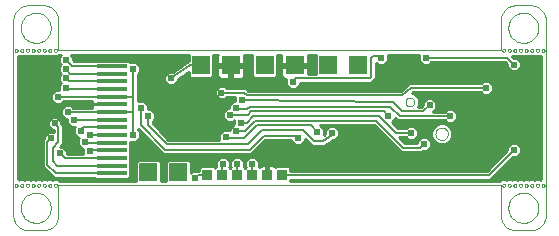
<source format=gbl>
G75*
%MOIN*%
%OFA0B0*%
%FSLAX24Y24*%
%IPPOS*%
%LPD*%
%AMOC8*
5,1,8,0,0,1.08239X$1,22.5*
%
%ADD10C,0.0000*%
%ADD11R,0.0600X0.0600*%
%ADD12R,0.1024X0.0138*%
%ADD13R,0.0320X0.0350*%
%ADD14C,0.0100*%
%ADD15C,0.0240*%
%ADD16C,0.0220*%
%ADD17C,0.0080*%
D10*
X004510Y000900D02*
X004510Y007400D01*
X004512Y007444D01*
X004518Y007487D01*
X004527Y007529D01*
X004540Y007571D01*
X004557Y007611D01*
X004577Y007650D01*
X004600Y007687D01*
X004627Y007721D01*
X004656Y007754D01*
X004689Y007783D01*
X004723Y007810D01*
X004760Y007833D01*
X004799Y007853D01*
X004839Y007870D01*
X004881Y007883D01*
X004923Y007892D01*
X004966Y007898D01*
X005010Y007900D01*
X005510Y007900D01*
X005554Y007898D01*
X005597Y007892D01*
X005639Y007883D01*
X005681Y007870D01*
X005721Y007853D01*
X005760Y007833D01*
X005797Y007810D01*
X005831Y007783D01*
X005864Y007754D01*
X005893Y007721D01*
X005920Y007687D01*
X005943Y007650D01*
X005963Y007611D01*
X005980Y007571D01*
X005993Y007529D01*
X006002Y007487D01*
X006008Y007444D01*
X006010Y007400D01*
X006010Y006400D01*
X020760Y006400D01*
X020760Y007400D01*
X020762Y007444D01*
X020768Y007487D01*
X020777Y007529D01*
X020790Y007571D01*
X020807Y007611D01*
X020827Y007650D01*
X020850Y007687D01*
X020877Y007721D01*
X020906Y007754D01*
X020939Y007783D01*
X020973Y007810D01*
X021010Y007833D01*
X021049Y007853D01*
X021089Y007870D01*
X021131Y007883D01*
X021173Y007892D01*
X021216Y007898D01*
X021260Y007900D01*
X021760Y007900D01*
X021804Y007898D01*
X021847Y007892D01*
X021889Y007883D01*
X021931Y007870D01*
X021971Y007853D01*
X022010Y007833D01*
X022047Y007810D01*
X022081Y007783D01*
X022114Y007754D01*
X022143Y007721D01*
X022170Y007687D01*
X022193Y007650D01*
X022213Y007611D01*
X022230Y007571D01*
X022243Y007529D01*
X022252Y007487D01*
X022258Y007444D01*
X022260Y007400D01*
X022260Y000900D01*
X022258Y000856D01*
X022252Y000813D01*
X022243Y000771D01*
X022230Y000729D01*
X022213Y000689D01*
X022193Y000650D01*
X022170Y000613D01*
X022143Y000579D01*
X022114Y000546D01*
X022081Y000517D01*
X022047Y000490D01*
X022010Y000467D01*
X021971Y000447D01*
X021931Y000430D01*
X021889Y000417D01*
X021847Y000408D01*
X021804Y000402D01*
X021760Y000400D01*
X021260Y000400D01*
X021216Y000402D01*
X021173Y000408D01*
X021131Y000417D01*
X021089Y000430D01*
X021049Y000447D01*
X021010Y000467D01*
X020973Y000490D01*
X020939Y000517D01*
X020906Y000546D01*
X020877Y000579D01*
X020850Y000613D01*
X020827Y000650D01*
X020807Y000689D01*
X020790Y000729D01*
X020777Y000771D01*
X020768Y000813D01*
X020762Y000856D01*
X020760Y000900D01*
X020760Y001900D01*
X006010Y001900D01*
X006010Y000900D01*
X006008Y000856D01*
X006002Y000813D01*
X005993Y000771D01*
X005980Y000729D01*
X005963Y000689D01*
X005943Y000650D01*
X005920Y000613D01*
X005893Y000579D01*
X005864Y000546D01*
X005831Y000517D01*
X005797Y000490D01*
X005760Y000467D01*
X005721Y000447D01*
X005681Y000430D01*
X005639Y000417D01*
X005597Y000408D01*
X005554Y000402D01*
X005510Y000400D01*
X005010Y000400D01*
X004966Y000402D01*
X004923Y000408D01*
X004881Y000417D01*
X004839Y000430D01*
X004799Y000447D01*
X004760Y000467D01*
X004723Y000490D01*
X004689Y000517D01*
X004656Y000546D01*
X004627Y000579D01*
X004600Y000613D01*
X004577Y000650D01*
X004557Y000689D01*
X004540Y000729D01*
X004527Y000771D01*
X004518Y000813D01*
X004512Y000856D01*
X004510Y000900D01*
X004760Y001150D02*
X004762Y001194D01*
X004768Y001238D01*
X004778Y001281D01*
X004791Y001323D01*
X004808Y001364D01*
X004829Y001403D01*
X004853Y001440D01*
X004880Y001475D01*
X004910Y001507D01*
X004943Y001537D01*
X004979Y001563D01*
X005016Y001587D01*
X005056Y001606D01*
X005097Y001623D01*
X005140Y001635D01*
X005183Y001644D01*
X005227Y001649D01*
X005271Y001650D01*
X005315Y001647D01*
X005359Y001640D01*
X005402Y001629D01*
X005444Y001615D01*
X005484Y001597D01*
X005523Y001575D01*
X005559Y001551D01*
X005593Y001523D01*
X005625Y001492D01*
X005654Y001458D01*
X005680Y001422D01*
X005702Y001384D01*
X005721Y001344D01*
X005736Y001302D01*
X005748Y001260D01*
X005756Y001216D01*
X005760Y001172D01*
X005760Y001128D01*
X005756Y001084D01*
X005748Y001040D01*
X005736Y000998D01*
X005721Y000956D01*
X005702Y000916D01*
X005680Y000878D01*
X005654Y000842D01*
X005625Y000808D01*
X005593Y000777D01*
X005559Y000749D01*
X005523Y000725D01*
X005484Y000703D01*
X005444Y000685D01*
X005402Y000671D01*
X005359Y000660D01*
X005315Y000653D01*
X005271Y000650D01*
X005227Y000651D01*
X005183Y000656D01*
X005140Y000665D01*
X005097Y000677D01*
X005056Y000694D01*
X005016Y000713D01*
X004979Y000737D01*
X004943Y000763D01*
X004910Y000793D01*
X004880Y000825D01*
X004853Y000860D01*
X004829Y000897D01*
X004808Y000936D01*
X004791Y000977D01*
X004778Y001019D01*
X004768Y001062D01*
X004762Y001106D01*
X004760Y001150D01*
X004741Y001900D02*
X004743Y001913D01*
X004748Y001926D01*
X004757Y001937D01*
X004768Y001944D01*
X004781Y001949D01*
X004794Y001950D01*
X004808Y001947D01*
X004820Y001941D01*
X004830Y001932D01*
X004837Y001920D01*
X004841Y001907D01*
X004841Y001893D01*
X004837Y001880D01*
X004830Y001868D01*
X004820Y001859D01*
X004808Y001853D01*
X004794Y001850D01*
X004781Y001851D01*
X004768Y001856D01*
X004757Y001863D01*
X004748Y001874D01*
X004743Y001887D01*
X004741Y001900D01*
X004553Y001900D02*
X004555Y001913D01*
X004560Y001926D01*
X004569Y001937D01*
X004580Y001944D01*
X004593Y001949D01*
X004606Y001950D01*
X004620Y001947D01*
X004632Y001941D01*
X004642Y001932D01*
X004649Y001920D01*
X004653Y001907D01*
X004653Y001893D01*
X004649Y001880D01*
X004642Y001868D01*
X004632Y001859D01*
X004620Y001853D01*
X004606Y001850D01*
X004593Y001851D01*
X004580Y001856D01*
X004569Y001863D01*
X004560Y001874D01*
X004555Y001887D01*
X004553Y001900D01*
X004928Y001900D02*
X004930Y001913D01*
X004935Y001926D01*
X004944Y001937D01*
X004955Y001944D01*
X004968Y001949D01*
X004981Y001950D01*
X004995Y001947D01*
X005007Y001941D01*
X005017Y001932D01*
X005024Y001920D01*
X005028Y001907D01*
X005028Y001893D01*
X005024Y001880D01*
X005017Y001868D01*
X005007Y001859D01*
X004995Y001853D01*
X004981Y001850D01*
X004968Y001851D01*
X004955Y001856D01*
X004944Y001863D01*
X004935Y001874D01*
X004930Y001887D01*
X004928Y001900D01*
X005116Y001900D02*
X005118Y001913D01*
X005123Y001926D01*
X005132Y001937D01*
X005143Y001944D01*
X005156Y001949D01*
X005169Y001950D01*
X005183Y001947D01*
X005195Y001941D01*
X005205Y001932D01*
X005212Y001920D01*
X005216Y001907D01*
X005216Y001893D01*
X005212Y001880D01*
X005205Y001868D01*
X005195Y001859D01*
X005183Y001853D01*
X005169Y001850D01*
X005156Y001851D01*
X005143Y001856D01*
X005132Y001863D01*
X005123Y001874D01*
X005118Y001887D01*
X005116Y001900D01*
X005303Y001900D02*
X005305Y001913D01*
X005310Y001926D01*
X005319Y001937D01*
X005330Y001944D01*
X005343Y001949D01*
X005356Y001950D01*
X005370Y001947D01*
X005382Y001941D01*
X005392Y001932D01*
X005399Y001920D01*
X005403Y001907D01*
X005403Y001893D01*
X005399Y001880D01*
X005392Y001868D01*
X005382Y001859D01*
X005370Y001853D01*
X005356Y001850D01*
X005343Y001851D01*
X005330Y001856D01*
X005319Y001863D01*
X005310Y001874D01*
X005305Y001887D01*
X005303Y001900D01*
X005491Y001900D02*
X005493Y001913D01*
X005498Y001926D01*
X005507Y001937D01*
X005518Y001944D01*
X005531Y001949D01*
X005544Y001950D01*
X005558Y001947D01*
X005570Y001941D01*
X005580Y001932D01*
X005587Y001920D01*
X005591Y001907D01*
X005591Y001893D01*
X005587Y001880D01*
X005580Y001868D01*
X005570Y001859D01*
X005558Y001853D01*
X005544Y001850D01*
X005531Y001851D01*
X005518Y001856D01*
X005507Y001863D01*
X005498Y001874D01*
X005493Y001887D01*
X005491Y001900D01*
X005678Y001900D02*
X005680Y001913D01*
X005685Y001926D01*
X005694Y001937D01*
X005705Y001944D01*
X005718Y001949D01*
X005731Y001950D01*
X005745Y001947D01*
X005757Y001941D01*
X005767Y001932D01*
X005774Y001920D01*
X005778Y001907D01*
X005778Y001893D01*
X005774Y001880D01*
X005767Y001868D01*
X005757Y001859D01*
X005745Y001853D01*
X005731Y001850D01*
X005718Y001851D01*
X005705Y001856D01*
X005694Y001863D01*
X005685Y001874D01*
X005680Y001887D01*
X005678Y001900D01*
X005866Y001900D02*
X005868Y001913D01*
X005873Y001926D01*
X005882Y001937D01*
X005893Y001944D01*
X005906Y001949D01*
X005919Y001950D01*
X005933Y001947D01*
X005945Y001941D01*
X005955Y001932D01*
X005962Y001920D01*
X005966Y001907D01*
X005966Y001893D01*
X005962Y001880D01*
X005955Y001868D01*
X005945Y001859D01*
X005933Y001853D01*
X005919Y001850D01*
X005906Y001851D01*
X005893Y001856D01*
X005882Y001863D01*
X005873Y001874D01*
X005868Y001887D01*
X005866Y001900D01*
X005866Y006400D02*
X005868Y006413D01*
X005873Y006426D01*
X005882Y006437D01*
X005893Y006444D01*
X005906Y006449D01*
X005919Y006450D01*
X005933Y006447D01*
X005945Y006441D01*
X005955Y006432D01*
X005962Y006420D01*
X005966Y006407D01*
X005966Y006393D01*
X005962Y006380D01*
X005955Y006368D01*
X005945Y006359D01*
X005933Y006353D01*
X005919Y006350D01*
X005906Y006351D01*
X005893Y006356D01*
X005882Y006363D01*
X005873Y006374D01*
X005868Y006387D01*
X005866Y006400D01*
X005678Y006400D02*
X005680Y006413D01*
X005685Y006426D01*
X005694Y006437D01*
X005705Y006444D01*
X005718Y006449D01*
X005731Y006450D01*
X005745Y006447D01*
X005757Y006441D01*
X005767Y006432D01*
X005774Y006420D01*
X005778Y006407D01*
X005778Y006393D01*
X005774Y006380D01*
X005767Y006368D01*
X005757Y006359D01*
X005745Y006353D01*
X005731Y006350D01*
X005718Y006351D01*
X005705Y006356D01*
X005694Y006363D01*
X005685Y006374D01*
X005680Y006387D01*
X005678Y006400D01*
X005491Y006400D02*
X005493Y006413D01*
X005498Y006426D01*
X005507Y006437D01*
X005518Y006444D01*
X005531Y006449D01*
X005544Y006450D01*
X005558Y006447D01*
X005570Y006441D01*
X005580Y006432D01*
X005587Y006420D01*
X005591Y006407D01*
X005591Y006393D01*
X005587Y006380D01*
X005580Y006368D01*
X005570Y006359D01*
X005558Y006353D01*
X005544Y006350D01*
X005531Y006351D01*
X005518Y006356D01*
X005507Y006363D01*
X005498Y006374D01*
X005493Y006387D01*
X005491Y006400D01*
X005303Y006400D02*
X005305Y006413D01*
X005310Y006426D01*
X005319Y006437D01*
X005330Y006444D01*
X005343Y006449D01*
X005356Y006450D01*
X005370Y006447D01*
X005382Y006441D01*
X005392Y006432D01*
X005399Y006420D01*
X005403Y006407D01*
X005403Y006393D01*
X005399Y006380D01*
X005392Y006368D01*
X005382Y006359D01*
X005370Y006353D01*
X005356Y006350D01*
X005343Y006351D01*
X005330Y006356D01*
X005319Y006363D01*
X005310Y006374D01*
X005305Y006387D01*
X005303Y006400D01*
X005116Y006400D02*
X005118Y006413D01*
X005123Y006426D01*
X005132Y006437D01*
X005143Y006444D01*
X005156Y006449D01*
X005169Y006450D01*
X005183Y006447D01*
X005195Y006441D01*
X005205Y006432D01*
X005212Y006420D01*
X005216Y006407D01*
X005216Y006393D01*
X005212Y006380D01*
X005205Y006368D01*
X005195Y006359D01*
X005183Y006353D01*
X005169Y006350D01*
X005156Y006351D01*
X005143Y006356D01*
X005132Y006363D01*
X005123Y006374D01*
X005118Y006387D01*
X005116Y006400D01*
X004928Y006400D02*
X004930Y006413D01*
X004935Y006426D01*
X004944Y006437D01*
X004955Y006444D01*
X004968Y006449D01*
X004981Y006450D01*
X004995Y006447D01*
X005007Y006441D01*
X005017Y006432D01*
X005024Y006420D01*
X005028Y006407D01*
X005028Y006393D01*
X005024Y006380D01*
X005017Y006368D01*
X005007Y006359D01*
X004995Y006353D01*
X004981Y006350D01*
X004968Y006351D01*
X004955Y006356D01*
X004944Y006363D01*
X004935Y006374D01*
X004930Y006387D01*
X004928Y006400D01*
X004741Y006400D02*
X004743Y006413D01*
X004748Y006426D01*
X004757Y006437D01*
X004768Y006444D01*
X004781Y006449D01*
X004794Y006450D01*
X004808Y006447D01*
X004820Y006441D01*
X004830Y006432D01*
X004837Y006420D01*
X004841Y006407D01*
X004841Y006393D01*
X004837Y006380D01*
X004830Y006368D01*
X004820Y006359D01*
X004808Y006353D01*
X004794Y006350D01*
X004781Y006351D01*
X004768Y006356D01*
X004757Y006363D01*
X004748Y006374D01*
X004743Y006387D01*
X004741Y006400D01*
X004553Y006400D02*
X004555Y006413D01*
X004560Y006426D01*
X004569Y006437D01*
X004580Y006444D01*
X004593Y006449D01*
X004606Y006450D01*
X004620Y006447D01*
X004632Y006441D01*
X004642Y006432D01*
X004649Y006420D01*
X004653Y006407D01*
X004653Y006393D01*
X004649Y006380D01*
X004642Y006368D01*
X004632Y006359D01*
X004620Y006353D01*
X004606Y006350D01*
X004593Y006351D01*
X004580Y006356D01*
X004569Y006363D01*
X004560Y006374D01*
X004555Y006387D01*
X004553Y006400D01*
X004760Y007150D02*
X004762Y007194D01*
X004768Y007238D01*
X004778Y007281D01*
X004791Y007323D01*
X004808Y007364D01*
X004829Y007403D01*
X004853Y007440D01*
X004880Y007475D01*
X004910Y007507D01*
X004943Y007537D01*
X004979Y007563D01*
X005016Y007587D01*
X005056Y007606D01*
X005097Y007623D01*
X005140Y007635D01*
X005183Y007644D01*
X005227Y007649D01*
X005271Y007650D01*
X005315Y007647D01*
X005359Y007640D01*
X005402Y007629D01*
X005444Y007615D01*
X005484Y007597D01*
X005523Y007575D01*
X005559Y007551D01*
X005593Y007523D01*
X005625Y007492D01*
X005654Y007458D01*
X005680Y007422D01*
X005702Y007384D01*
X005721Y007344D01*
X005736Y007302D01*
X005748Y007260D01*
X005756Y007216D01*
X005760Y007172D01*
X005760Y007128D01*
X005756Y007084D01*
X005748Y007040D01*
X005736Y006998D01*
X005721Y006956D01*
X005702Y006916D01*
X005680Y006878D01*
X005654Y006842D01*
X005625Y006808D01*
X005593Y006777D01*
X005559Y006749D01*
X005523Y006725D01*
X005484Y006703D01*
X005444Y006685D01*
X005402Y006671D01*
X005359Y006660D01*
X005315Y006653D01*
X005271Y006650D01*
X005227Y006651D01*
X005183Y006656D01*
X005140Y006665D01*
X005097Y006677D01*
X005056Y006694D01*
X005016Y006713D01*
X004979Y006737D01*
X004943Y006763D01*
X004910Y006793D01*
X004880Y006825D01*
X004853Y006860D01*
X004829Y006897D01*
X004808Y006936D01*
X004791Y006977D01*
X004778Y007019D01*
X004768Y007062D01*
X004762Y007106D01*
X004760Y007150D01*
X017583Y004679D02*
X017585Y004703D01*
X017591Y004726D01*
X017600Y004748D01*
X017613Y004768D01*
X017628Y004786D01*
X017647Y004801D01*
X017668Y004813D01*
X017690Y004821D01*
X017713Y004826D01*
X017737Y004827D01*
X017761Y004824D01*
X017783Y004817D01*
X017805Y004807D01*
X017825Y004794D01*
X017842Y004777D01*
X017856Y004758D01*
X017867Y004737D01*
X017875Y004714D01*
X017879Y004691D01*
X017879Y004667D01*
X017875Y004644D01*
X017867Y004621D01*
X017856Y004600D01*
X017842Y004581D01*
X017825Y004564D01*
X017805Y004551D01*
X017783Y004541D01*
X017761Y004534D01*
X017737Y004531D01*
X017713Y004532D01*
X017690Y004537D01*
X017668Y004545D01*
X017647Y004557D01*
X017628Y004572D01*
X017613Y004590D01*
X017600Y004610D01*
X017591Y004632D01*
X017585Y004655D01*
X017583Y004679D01*
X018581Y003621D02*
X018583Y003649D01*
X018589Y003677D01*
X018598Y003703D01*
X018611Y003729D01*
X018627Y003752D01*
X018647Y003772D01*
X018669Y003790D01*
X018693Y003805D01*
X018719Y003816D01*
X018746Y003824D01*
X018774Y003828D01*
X018802Y003828D01*
X018830Y003824D01*
X018857Y003816D01*
X018883Y003805D01*
X018907Y003790D01*
X018929Y003772D01*
X018949Y003752D01*
X018965Y003729D01*
X018978Y003703D01*
X018987Y003677D01*
X018993Y003649D01*
X018995Y003621D01*
X018993Y003593D01*
X018987Y003565D01*
X018978Y003539D01*
X018965Y003513D01*
X018949Y003490D01*
X018929Y003470D01*
X018907Y003452D01*
X018883Y003437D01*
X018857Y003426D01*
X018830Y003418D01*
X018802Y003414D01*
X018774Y003414D01*
X018746Y003418D01*
X018719Y003426D01*
X018693Y003437D01*
X018669Y003452D01*
X018647Y003470D01*
X018627Y003490D01*
X018611Y003513D01*
X018598Y003539D01*
X018589Y003565D01*
X018583Y003593D01*
X018581Y003621D01*
X020803Y001900D02*
X020805Y001913D01*
X020810Y001926D01*
X020819Y001937D01*
X020830Y001944D01*
X020843Y001949D01*
X020856Y001950D01*
X020870Y001947D01*
X020882Y001941D01*
X020892Y001932D01*
X020899Y001920D01*
X020903Y001907D01*
X020903Y001893D01*
X020899Y001880D01*
X020892Y001868D01*
X020882Y001859D01*
X020870Y001853D01*
X020856Y001850D01*
X020843Y001851D01*
X020830Y001856D01*
X020819Y001863D01*
X020810Y001874D01*
X020805Y001887D01*
X020803Y001900D01*
X020991Y001900D02*
X020993Y001913D01*
X020998Y001926D01*
X021007Y001937D01*
X021018Y001944D01*
X021031Y001949D01*
X021044Y001950D01*
X021058Y001947D01*
X021070Y001941D01*
X021080Y001932D01*
X021087Y001920D01*
X021091Y001907D01*
X021091Y001893D01*
X021087Y001880D01*
X021080Y001868D01*
X021070Y001859D01*
X021058Y001853D01*
X021044Y001850D01*
X021031Y001851D01*
X021018Y001856D01*
X021007Y001863D01*
X020998Y001874D01*
X020993Y001887D01*
X020991Y001900D01*
X021178Y001900D02*
X021180Y001913D01*
X021185Y001926D01*
X021194Y001937D01*
X021205Y001944D01*
X021218Y001949D01*
X021231Y001950D01*
X021245Y001947D01*
X021257Y001941D01*
X021267Y001932D01*
X021274Y001920D01*
X021278Y001907D01*
X021278Y001893D01*
X021274Y001880D01*
X021267Y001868D01*
X021257Y001859D01*
X021245Y001853D01*
X021231Y001850D01*
X021218Y001851D01*
X021205Y001856D01*
X021194Y001863D01*
X021185Y001874D01*
X021180Y001887D01*
X021178Y001900D01*
X021366Y001900D02*
X021368Y001913D01*
X021373Y001926D01*
X021382Y001937D01*
X021393Y001944D01*
X021406Y001949D01*
X021419Y001950D01*
X021433Y001947D01*
X021445Y001941D01*
X021455Y001932D01*
X021462Y001920D01*
X021466Y001907D01*
X021466Y001893D01*
X021462Y001880D01*
X021455Y001868D01*
X021445Y001859D01*
X021433Y001853D01*
X021419Y001850D01*
X021406Y001851D01*
X021393Y001856D01*
X021382Y001863D01*
X021373Y001874D01*
X021368Y001887D01*
X021366Y001900D01*
X021553Y001900D02*
X021555Y001913D01*
X021560Y001926D01*
X021569Y001937D01*
X021580Y001944D01*
X021593Y001949D01*
X021606Y001950D01*
X021620Y001947D01*
X021632Y001941D01*
X021642Y001932D01*
X021649Y001920D01*
X021653Y001907D01*
X021653Y001893D01*
X021649Y001880D01*
X021642Y001868D01*
X021632Y001859D01*
X021620Y001853D01*
X021606Y001850D01*
X021593Y001851D01*
X021580Y001856D01*
X021569Y001863D01*
X021560Y001874D01*
X021555Y001887D01*
X021553Y001900D01*
X021741Y001900D02*
X021743Y001913D01*
X021748Y001926D01*
X021757Y001937D01*
X021768Y001944D01*
X021781Y001949D01*
X021794Y001950D01*
X021808Y001947D01*
X021820Y001941D01*
X021830Y001932D01*
X021837Y001920D01*
X021841Y001907D01*
X021841Y001893D01*
X021837Y001880D01*
X021830Y001868D01*
X021820Y001859D01*
X021808Y001853D01*
X021794Y001850D01*
X021781Y001851D01*
X021768Y001856D01*
X021757Y001863D01*
X021748Y001874D01*
X021743Y001887D01*
X021741Y001900D01*
X021928Y001900D02*
X021930Y001913D01*
X021935Y001926D01*
X021944Y001937D01*
X021955Y001944D01*
X021968Y001949D01*
X021981Y001950D01*
X021995Y001947D01*
X022007Y001941D01*
X022017Y001932D01*
X022024Y001920D01*
X022028Y001907D01*
X022028Y001893D01*
X022024Y001880D01*
X022017Y001868D01*
X022007Y001859D01*
X021995Y001853D01*
X021981Y001850D01*
X021968Y001851D01*
X021955Y001856D01*
X021944Y001863D01*
X021935Y001874D01*
X021930Y001887D01*
X021928Y001900D01*
X022116Y001900D02*
X022118Y001913D01*
X022123Y001926D01*
X022132Y001937D01*
X022143Y001944D01*
X022156Y001949D01*
X022169Y001950D01*
X022183Y001947D01*
X022195Y001941D01*
X022205Y001932D01*
X022212Y001920D01*
X022216Y001907D01*
X022216Y001893D01*
X022212Y001880D01*
X022205Y001868D01*
X022195Y001859D01*
X022183Y001853D01*
X022169Y001850D01*
X022156Y001851D01*
X022143Y001856D01*
X022132Y001863D01*
X022123Y001874D01*
X022118Y001887D01*
X022116Y001900D01*
X021010Y001150D02*
X021012Y001194D01*
X021018Y001238D01*
X021028Y001281D01*
X021041Y001323D01*
X021058Y001364D01*
X021079Y001403D01*
X021103Y001440D01*
X021130Y001475D01*
X021160Y001507D01*
X021193Y001537D01*
X021229Y001563D01*
X021266Y001587D01*
X021306Y001606D01*
X021347Y001623D01*
X021390Y001635D01*
X021433Y001644D01*
X021477Y001649D01*
X021521Y001650D01*
X021565Y001647D01*
X021609Y001640D01*
X021652Y001629D01*
X021694Y001615D01*
X021734Y001597D01*
X021773Y001575D01*
X021809Y001551D01*
X021843Y001523D01*
X021875Y001492D01*
X021904Y001458D01*
X021930Y001422D01*
X021952Y001384D01*
X021971Y001344D01*
X021986Y001302D01*
X021998Y001260D01*
X022006Y001216D01*
X022010Y001172D01*
X022010Y001128D01*
X022006Y001084D01*
X021998Y001040D01*
X021986Y000998D01*
X021971Y000956D01*
X021952Y000916D01*
X021930Y000878D01*
X021904Y000842D01*
X021875Y000808D01*
X021843Y000777D01*
X021809Y000749D01*
X021773Y000725D01*
X021734Y000703D01*
X021694Y000685D01*
X021652Y000671D01*
X021609Y000660D01*
X021565Y000653D01*
X021521Y000650D01*
X021477Y000651D01*
X021433Y000656D01*
X021390Y000665D01*
X021347Y000677D01*
X021306Y000694D01*
X021266Y000713D01*
X021229Y000737D01*
X021193Y000763D01*
X021160Y000793D01*
X021130Y000825D01*
X021103Y000860D01*
X021079Y000897D01*
X021058Y000936D01*
X021041Y000977D01*
X021028Y001019D01*
X021018Y001062D01*
X021012Y001106D01*
X021010Y001150D01*
X020991Y006400D02*
X020993Y006413D01*
X020998Y006426D01*
X021007Y006437D01*
X021018Y006444D01*
X021031Y006449D01*
X021044Y006450D01*
X021058Y006447D01*
X021070Y006441D01*
X021080Y006432D01*
X021087Y006420D01*
X021091Y006407D01*
X021091Y006393D01*
X021087Y006380D01*
X021080Y006368D01*
X021070Y006359D01*
X021058Y006353D01*
X021044Y006350D01*
X021031Y006351D01*
X021018Y006356D01*
X021007Y006363D01*
X020998Y006374D01*
X020993Y006387D01*
X020991Y006400D01*
X020803Y006400D02*
X020805Y006413D01*
X020810Y006426D01*
X020819Y006437D01*
X020830Y006444D01*
X020843Y006449D01*
X020856Y006450D01*
X020870Y006447D01*
X020882Y006441D01*
X020892Y006432D01*
X020899Y006420D01*
X020903Y006407D01*
X020903Y006393D01*
X020899Y006380D01*
X020892Y006368D01*
X020882Y006359D01*
X020870Y006353D01*
X020856Y006350D01*
X020843Y006351D01*
X020830Y006356D01*
X020819Y006363D01*
X020810Y006374D01*
X020805Y006387D01*
X020803Y006400D01*
X021178Y006400D02*
X021180Y006413D01*
X021185Y006426D01*
X021194Y006437D01*
X021205Y006444D01*
X021218Y006449D01*
X021231Y006450D01*
X021245Y006447D01*
X021257Y006441D01*
X021267Y006432D01*
X021274Y006420D01*
X021278Y006407D01*
X021278Y006393D01*
X021274Y006380D01*
X021267Y006368D01*
X021257Y006359D01*
X021245Y006353D01*
X021231Y006350D01*
X021218Y006351D01*
X021205Y006356D01*
X021194Y006363D01*
X021185Y006374D01*
X021180Y006387D01*
X021178Y006400D01*
X021366Y006400D02*
X021368Y006413D01*
X021373Y006426D01*
X021382Y006437D01*
X021393Y006444D01*
X021406Y006449D01*
X021419Y006450D01*
X021433Y006447D01*
X021445Y006441D01*
X021455Y006432D01*
X021462Y006420D01*
X021466Y006407D01*
X021466Y006393D01*
X021462Y006380D01*
X021455Y006368D01*
X021445Y006359D01*
X021433Y006353D01*
X021419Y006350D01*
X021406Y006351D01*
X021393Y006356D01*
X021382Y006363D01*
X021373Y006374D01*
X021368Y006387D01*
X021366Y006400D01*
X021553Y006400D02*
X021555Y006413D01*
X021560Y006426D01*
X021569Y006437D01*
X021580Y006444D01*
X021593Y006449D01*
X021606Y006450D01*
X021620Y006447D01*
X021632Y006441D01*
X021642Y006432D01*
X021649Y006420D01*
X021653Y006407D01*
X021653Y006393D01*
X021649Y006380D01*
X021642Y006368D01*
X021632Y006359D01*
X021620Y006353D01*
X021606Y006350D01*
X021593Y006351D01*
X021580Y006356D01*
X021569Y006363D01*
X021560Y006374D01*
X021555Y006387D01*
X021553Y006400D01*
X021741Y006400D02*
X021743Y006413D01*
X021748Y006426D01*
X021757Y006437D01*
X021768Y006444D01*
X021781Y006449D01*
X021794Y006450D01*
X021808Y006447D01*
X021820Y006441D01*
X021830Y006432D01*
X021837Y006420D01*
X021841Y006407D01*
X021841Y006393D01*
X021837Y006380D01*
X021830Y006368D01*
X021820Y006359D01*
X021808Y006353D01*
X021794Y006350D01*
X021781Y006351D01*
X021768Y006356D01*
X021757Y006363D01*
X021748Y006374D01*
X021743Y006387D01*
X021741Y006400D01*
X021928Y006400D02*
X021930Y006413D01*
X021935Y006426D01*
X021944Y006437D01*
X021955Y006444D01*
X021968Y006449D01*
X021981Y006450D01*
X021995Y006447D01*
X022007Y006441D01*
X022017Y006432D01*
X022024Y006420D01*
X022028Y006407D01*
X022028Y006393D01*
X022024Y006380D01*
X022017Y006368D01*
X022007Y006359D01*
X021995Y006353D01*
X021981Y006350D01*
X021968Y006351D01*
X021955Y006356D01*
X021944Y006363D01*
X021935Y006374D01*
X021930Y006387D01*
X021928Y006400D01*
X022116Y006400D02*
X022118Y006413D01*
X022123Y006426D01*
X022132Y006437D01*
X022143Y006444D01*
X022156Y006449D01*
X022169Y006450D01*
X022183Y006447D01*
X022195Y006441D01*
X022205Y006432D01*
X022212Y006420D01*
X022216Y006407D01*
X022216Y006393D01*
X022212Y006380D01*
X022205Y006368D01*
X022195Y006359D01*
X022183Y006353D01*
X022169Y006350D01*
X022156Y006351D01*
X022143Y006356D01*
X022132Y006363D01*
X022123Y006374D01*
X022118Y006387D01*
X022116Y006400D01*
X021010Y007150D02*
X021012Y007194D01*
X021018Y007238D01*
X021028Y007281D01*
X021041Y007323D01*
X021058Y007364D01*
X021079Y007403D01*
X021103Y007440D01*
X021130Y007475D01*
X021160Y007507D01*
X021193Y007537D01*
X021229Y007563D01*
X021266Y007587D01*
X021306Y007606D01*
X021347Y007623D01*
X021390Y007635D01*
X021433Y007644D01*
X021477Y007649D01*
X021521Y007650D01*
X021565Y007647D01*
X021609Y007640D01*
X021652Y007629D01*
X021694Y007615D01*
X021734Y007597D01*
X021773Y007575D01*
X021809Y007551D01*
X021843Y007523D01*
X021875Y007492D01*
X021904Y007458D01*
X021930Y007422D01*
X021952Y007384D01*
X021971Y007344D01*
X021986Y007302D01*
X021998Y007260D01*
X022006Y007216D01*
X022010Y007172D01*
X022010Y007128D01*
X022006Y007084D01*
X021998Y007040D01*
X021986Y006998D01*
X021971Y006956D01*
X021952Y006916D01*
X021930Y006878D01*
X021904Y006842D01*
X021875Y006808D01*
X021843Y006777D01*
X021809Y006749D01*
X021773Y006725D01*
X021734Y006703D01*
X021694Y006685D01*
X021652Y006671D01*
X021609Y006660D01*
X021565Y006653D01*
X021521Y006650D01*
X021477Y006651D01*
X021433Y006656D01*
X021390Y006665D01*
X021347Y006677D01*
X021306Y006694D01*
X021266Y006713D01*
X021229Y006737D01*
X021193Y006763D01*
X021160Y006793D01*
X021130Y006825D01*
X021103Y006860D01*
X021079Y006897D01*
X021058Y006936D01*
X021041Y006977D01*
X021028Y007019D01*
X021018Y007062D01*
X021012Y007106D01*
X021010Y007150D01*
D11*
X016010Y005900D03*
X015010Y005900D03*
X013885Y005900D03*
X012885Y005900D03*
X011760Y005900D03*
X010760Y005900D03*
X010010Y002338D03*
X009010Y002338D03*
D12*
X007791Y002296D03*
X007791Y002552D03*
X007791Y002808D03*
X007791Y003064D03*
X007791Y003320D03*
X007791Y003576D03*
X007791Y003832D03*
X007791Y004088D03*
X007791Y004343D03*
X007791Y004599D03*
X007791Y004855D03*
X007791Y005111D03*
X007791Y005367D03*
X007791Y005623D03*
X007791Y005879D03*
D13*
X010978Y002244D03*
X011478Y002244D03*
X011978Y002244D03*
X012478Y002244D03*
X012978Y002244D03*
X013478Y002244D03*
D14*
X013748Y002394D02*
X013748Y002464D01*
X013684Y002529D01*
X013273Y002529D01*
X013257Y002513D01*
X013230Y002539D01*
X013196Y002559D01*
X013158Y002569D01*
X013008Y002569D01*
X013008Y002274D01*
X012948Y002274D01*
X012948Y002569D01*
X012799Y002569D01*
X012760Y002559D01*
X012726Y002539D01*
X012700Y002513D01*
X012699Y002514D01*
X012708Y002523D01*
X012708Y002714D01*
X012574Y002849D01*
X012383Y002849D01*
X012248Y002714D01*
X012248Y002523D01*
X012258Y002514D01*
X012228Y002484D01*
X012199Y002514D01*
X012208Y002523D01*
X012208Y002714D01*
X012074Y002849D01*
X011883Y002849D01*
X011748Y002714D01*
X011748Y002523D01*
X011758Y002514D01*
X011728Y002484D01*
X011714Y002499D01*
X011740Y002525D01*
X011740Y002715D01*
X011605Y002850D01*
X011414Y002850D01*
X011280Y002715D01*
X011280Y002529D01*
X011273Y002529D01*
X011228Y002484D01*
X011184Y002529D01*
X010773Y002529D01*
X010708Y002464D01*
X010708Y002394D01*
X010604Y002394D01*
X010590Y002380D01*
X010477Y002380D01*
X010420Y002323D01*
X010420Y002683D01*
X010355Y002747D01*
X009664Y002747D01*
X009600Y002683D01*
X009600Y002050D01*
X009420Y002050D01*
X009420Y002683D01*
X009355Y002747D01*
X008664Y002747D01*
X008600Y002683D01*
X008600Y002050D01*
X006049Y002050D01*
X005999Y002100D01*
X005833Y002100D01*
X005822Y002089D01*
X005811Y002100D01*
X005645Y002100D01*
X005635Y002089D01*
X005624Y002100D01*
X005458Y002100D01*
X005447Y002089D01*
X005436Y002100D01*
X005270Y002100D01*
X005260Y002089D01*
X005249Y002100D01*
X005083Y002100D01*
X005072Y002089D01*
X005061Y002100D01*
X004895Y002100D01*
X004885Y002089D01*
X004874Y002100D01*
X004708Y002100D01*
X004697Y002089D01*
X004686Y002100D01*
X004660Y002100D01*
X004660Y006200D01*
X004686Y006200D01*
X004697Y006211D01*
X004708Y006200D01*
X004874Y006200D01*
X004885Y006211D01*
X004895Y006200D01*
X005061Y006200D01*
X005072Y006211D01*
X005083Y006200D01*
X005249Y006200D01*
X005260Y006211D01*
X005270Y006200D01*
X005436Y006200D01*
X005447Y006211D01*
X005458Y006200D01*
X005624Y006200D01*
X005635Y006211D01*
X005645Y006200D01*
X005811Y006200D01*
X005822Y006211D01*
X005833Y006200D01*
X005999Y006200D01*
X006049Y006250D01*
X006097Y006250D01*
X006030Y006183D01*
X006030Y005992D01*
X006090Y005931D01*
X004660Y005931D01*
X004660Y005833D02*
X006030Y005833D01*
X006030Y005870D02*
X006030Y005680D01*
X006090Y005619D01*
X006030Y005558D01*
X006030Y005367D01*
X006090Y005306D01*
X006030Y005245D01*
X006030Y005067D01*
X005914Y005067D01*
X005780Y004933D01*
X005780Y004742D01*
X005914Y004608D01*
X006105Y004608D01*
X006202Y004705D01*
X007134Y004705D01*
X007129Y004688D01*
X007129Y004599D01*
X007129Y004511D01*
X007134Y004493D01*
X006491Y004493D01*
X006417Y004567D01*
X006227Y004567D01*
X006092Y004433D01*
X006092Y004242D01*
X006227Y004108D01*
X006311Y004108D01*
X006311Y003992D01*
X006445Y003858D01*
X006579Y003858D01*
X006530Y003808D01*
X006530Y003617D01*
X006664Y003483D01*
X006704Y003483D01*
X006655Y003433D01*
X006655Y003242D01*
X006789Y003108D01*
X006842Y003108D01*
X006842Y002961D01*
X006845Y002958D01*
X006302Y002958D01*
X006302Y003058D01*
X006167Y003192D01*
X006077Y003192D01*
X006160Y003275D01*
X006160Y003900D01*
X006115Y003945D01*
X006115Y004058D01*
X005980Y004192D01*
X005789Y004192D01*
X005655Y004058D01*
X005655Y003867D01*
X005789Y003733D01*
X005860Y003733D01*
X005860Y003688D01*
X005855Y003692D01*
X005664Y003692D01*
X005530Y003558D01*
X005530Y003445D01*
X005485Y003400D01*
X005485Y002525D01*
X005572Y002438D01*
X005776Y002234D01*
X005864Y002146D01*
X007205Y002146D01*
X007234Y002117D01*
X008348Y002117D01*
X008413Y002182D01*
X008413Y002411D01*
X008399Y002424D01*
X008413Y002438D01*
X008413Y002667D01*
X008399Y002680D01*
X008413Y002694D01*
X008413Y002922D01*
X008399Y002936D01*
X008413Y002949D01*
X008413Y003178D01*
X008399Y003192D01*
X008413Y003205D01*
X008413Y003359D01*
X008414Y003358D01*
X008605Y003358D01*
X008740Y003492D01*
X008740Y003683D01*
X008660Y003763D01*
X008660Y003786D01*
X009508Y002938D01*
X012447Y002938D01*
X012915Y003406D01*
X013780Y003406D01*
X013780Y003367D01*
X013914Y003233D01*
X014105Y003233D01*
X014240Y003367D01*
X014240Y003458D01*
X014479Y003219D01*
X014809Y003219D01*
X014857Y003210D01*
X014869Y003219D01*
X014884Y003219D01*
X014919Y003253D01*
X015157Y003420D01*
X015230Y003420D01*
X015365Y003555D01*
X015365Y003745D01*
X015230Y003880D01*
X015039Y003880D01*
X014905Y003745D01*
X014905Y003610D01*
X014850Y003571D01*
X014865Y003586D01*
X014865Y003777D01*
X014735Y003906D01*
X016541Y003906D01*
X017447Y003000D01*
X018134Y003000D01*
X018179Y003045D01*
X018292Y003045D01*
X018427Y003180D01*
X018427Y003370D01*
X018535Y003370D01*
X018486Y003419D02*
X018586Y003319D01*
X018718Y003264D01*
X018859Y003264D01*
X018991Y003319D01*
X019091Y003419D01*
X019145Y003550D01*
X019145Y003692D01*
X019091Y003823D01*
X018991Y003923D01*
X018859Y003978D01*
X018718Y003978D01*
X018586Y003923D01*
X018486Y003823D01*
X018432Y003692D01*
X018432Y003550D01*
X018486Y003419D01*
X018466Y003469D02*
X018329Y003469D01*
X018292Y003505D02*
X018102Y003505D01*
X017967Y003370D01*
X017502Y003370D01*
X017572Y003300D02*
X017372Y003500D01*
X017584Y003500D01*
X017664Y003420D01*
X017855Y003420D01*
X017990Y003555D01*
X017990Y003745D01*
X017855Y003880D01*
X017664Y003880D01*
X017584Y003800D01*
X017322Y003800D01*
X017122Y004000D01*
X017240Y004117D01*
X017240Y004145D01*
X017322Y004063D01*
X018897Y004063D01*
X018977Y003983D01*
X019167Y003983D01*
X019302Y004117D01*
X019302Y004308D01*
X019167Y004442D01*
X018977Y004442D01*
X018897Y004362D01*
X018485Y004362D01*
X018615Y004492D01*
X018615Y004683D01*
X018480Y004817D01*
X018289Y004817D01*
X018155Y004683D01*
X018155Y004570D01*
X018104Y004519D01*
X017986Y004519D01*
X018028Y004620D01*
X018028Y004738D01*
X017983Y004848D01*
X017899Y004931D01*
X017790Y004976D01*
X017817Y005000D01*
X020084Y005000D01*
X020164Y004920D01*
X020355Y004920D01*
X020490Y005055D01*
X020490Y005245D01*
X020355Y005380D01*
X020164Y005380D01*
X020084Y005300D01*
X017764Y005300D01*
X017706Y005303D01*
X017702Y005300D01*
X017697Y005300D01*
X017657Y005259D01*
X017421Y005050D01*
X012353Y005050D01*
X012347Y005056D01*
X012259Y005144D01*
X011622Y005144D01*
X011542Y005224D01*
X011352Y005224D01*
X011217Y005089D01*
X011217Y004898D01*
X011352Y004764D01*
X011542Y004764D01*
X011622Y004844D01*
X011909Y004844D01*
X011905Y004839D01*
X011905Y004724D01*
X011820Y004724D01*
X011686Y004589D01*
X011686Y004474D01*
X011633Y004474D01*
X011498Y004339D01*
X011498Y004148D01*
X011633Y004014D01*
X011824Y004014D01*
X011873Y004063D01*
X011873Y003942D01*
X011852Y003942D01*
X011717Y003808D01*
X011717Y003737D01*
X011699Y003755D01*
X011508Y003755D01*
X011373Y003620D01*
X011373Y003430D01*
X011378Y003425D01*
X009682Y003425D01*
X009160Y003975D01*
X009160Y004037D01*
X009240Y004117D01*
X009240Y004308D01*
X009105Y004442D01*
X008990Y004442D01*
X008990Y004589D01*
X008855Y004724D01*
X008664Y004724D01*
X008660Y004719D01*
X008660Y005600D01*
X008740Y005680D01*
X008740Y005870D01*
X008605Y006005D01*
X008414Y006005D01*
X008408Y005998D01*
X008348Y006058D01*
X007234Y006058D01*
X007205Y006029D01*
X006530Y006029D01*
X006490Y006070D01*
X006490Y006183D01*
X006422Y006250D01*
X010354Y006250D01*
X010350Y006246D01*
X010350Y006058D01*
X010349Y006059D01*
X010337Y006050D01*
X010322Y006050D01*
X010288Y006015D01*
X009827Y005692D01*
X009664Y005692D01*
X009530Y005558D01*
X009530Y005367D01*
X009664Y005233D01*
X009855Y005233D01*
X009990Y005367D01*
X009990Y005440D01*
X010350Y005692D01*
X010350Y005554D01*
X010414Y005490D01*
X011105Y005490D01*
X011170Y005554D01*
X011170Y006246D01*
X011165Y006250D01*
X011318Y006250D01*
X011310Y006220D01*
X011310Y005950D01*
X011710Y005950D01*
X011710Y005850D01*
X011810Y005850D01*
X011810Y005950D01*
X012210Y005950D01*
X012210Y006220D01*
X012201Y006250D01*
X012479Y006250D01*
X012475Y006246D01*
X012475Y005554D01*
X012539Y005490D01*
X013230Y005490D01*
X013295Y005554D01*
X013295Y006246D01*
X013290Y006250D01*
X013443Y006250D01*
X013435Y006220D01*
X013435Y005950D01*
X013835Y005950D01*
X013835Y005850D01*
X013435Y005850D01*
X013435Y005580D01*
X013445Y005542D01*
X013464Y005508D01*
X013492Y005480D01*
X013527Y005460D01*
X013565Y005450D01*
X013609Y005450D01*
X013592Y005433D01*
X013592Y005242D01*
X013727Y005108D01*
X013917Y005108D01*
X014052Y005242D01*
X014052Y005313D01*
X016447Y005313D01*
X016535Y005400D01*
X016597Y005463D01*
X016597Y005987D01*
X016664Y005920D01*
X016855Y005920D01*
X016990Y006055D01*
X016990Y006245D01*
X016985Y006250D01*
X018034Y006250D01*
X018030Y006245D01*
X018030Y006055D01*
X018164Y005920D01*
X018355Y005920D01*
X018435Y006000D01*
X020910Y006000D01*
X020967Y005943D01*
X020967Y005830D01*
X021102Y005696D01*
X021292Y005696D01*
X021427Y005830D01*
X021427Y006021D01*
X021292Y006156D01*
X021179Y006156D01*
X021129Y006206D01*
X021135Y006211D01*
X021145Y006200D01*
X021311Y006200D01*
X021322Y006211D01*
X021333Y006200D01*
X021499Y006200D01*
X021510Y006211D01*
X021520Y006200D01*
X021686Y006200D01*
X021697Y006211D01*
X021708Y006200D01*
X021874Y006200D01*
X021885Y006211D01*
X021895Y006200D01*
X022061Y006200D01*
X022072Y006211D01*
X022083Y006200D01*
X022110Y006200D01*
X022110Y002100D01*
X022083Y002100D01*
X022072Y002089D01*
X022061Y002100D01*
X021895Y002100D01*
X021885Y002089D01*
X021874Y002100D01*
X021708Y002100D01*
X021697Y002089D01*
X021686Y002100D01*
X021520Y002100D01*
X021510Y002089D01*
X021499Y002100D01*
X021333Y002100D01*
X021322Y002089D01*
X021311Y002100D01*
X021145Y002100D01*
X021135Y002089D01*
X021124Y002100D01*
X020958Y002100D01*
X020947Y002089D01*
X020936Y002100D01*
X020770Y002100D01*
X020720Y002050D01*
X013748Y002050D01*
X013748Y002094D01*
X020415Y002094D01*
X021179Y002858D01*
X021292Y002858D01*
X021427Y002992D01*
X021427Y003183D01*
X021292Y003317D01*
X021102Y003317D01*
X020967Y003183D01*
X020967Y003070D01*
X020291Y002394D01*
X013748Y002394D01*
X013729Y002484D02*
X020381Y002484D01*
X020479Y002582D02*
X012708Y002582D01*
X012708Y002681D02*
X020578Y002681D01*
X020676Y002779D02*
X012643Y002779D01*
X012485Y002976D02*
X020873Y002976D01*
X020967Y003075D02*
X018322Y003075D01*
X018420Y003173D02*
X020967Y003173D01*
X021056Y003272D02*
X018877Y003272D01*
X018700Y003272D02*
X018427Y003272D01*
X018427Y003370D02*
X018292Y003505D01*
X018432Y003567D02*
X017990Y003567D01*
X017990Y003666D02*
X018432Y003666D01*
X018462Y003764D02*
X017971Y003764D01*
X017872Y003863D02*
X018525Y003863D01*
X018677Y003961D02*
X017161Y003961D01*
X017182Y004060D02*
X018900Y004060D01*
X018900Y003961D02*
X022110Y003961D01*
X022110Y003863D02*
X019051Y003863D01*
X019115Y003764D02*
X022110Y003764D01*
X022110Y003666D02*
X019145Y003666D01*
X019145Y003567D02*
X022110Y003567D01*
X022110Y003469D02*
X019111Y003469D01*
X019042Y003370D02*
X022110Y003370D01*
X022110Y003272D02*
X021338Y003272D01*
X021427Y003173D02*
X022110Y003173D01*
X022110Y003075D02*
X021427Y003075D01*
X021411Y002976D02*
X022110Y002976D01*
X022110Y002878D02*
X021312Y002878D01*
X021101Y002779D02*
X022110Y002779D01*
X022110Y002681D02*
X021002Y002681D01*
X020904Y002582D02*
X022110Y002582D01*
X022110Y002484D02*
X020805Y002484D01*
X020707Y002385D02*
X022110Y002385D01*
X022110Y002287D02*
X020608Y002287D01*
X020510Y002188D02*
X022110Y002188D01*
X022072Y002090D02*
X022072Y002090D01*
X021885Y002090D02*
X021884Y002090D01*
X021697Y002090D02*
X021697Y002090D01*
X021510Y002090D02*
X021509Y002090D01*
X021322Y002090D02*
X021322Y002090D01*
X021135Y002090D02*
X021134Y002090D01*
X020947Y002090D02*
X020947Y002090D01*
X020760Y002090D02*
X013748Y002090D01*
X013008Y002287D02*
X012948Y002287D01*
X012948Y002385D02*
X013008Y002385D01*
X013008Y002484D02*
X012948Y002484D01*
X012584Y003075D02*
X017373Y003075D01*
X017274Y003173D02*
X012682Y003173D01*
X012781Y003272D02*
X013875Y003272D01*
X013780Y003370D02*
X012879Y003370D01*
X012313Y002779D02*
X012143Y002779D01*
X012208Y002681D02*
X012248Y002681D01*
X012248Y002582D02*
X012208Y002582D01*
X011813Y002779D02*
X011676Y002779D01*
X011740Y002681D02*
X011748Y002681D01*
X011740Y002582D02*
X011748Y002582D01*
X011343Y002779D02*
X008413Y002779D01*
X008413Y002878D02*
X020775Y002878D01*
X022110Y004060D02*
X019244Y004060D01*
X019302Y004158D02*
X022110Y004158D01*
X022110Y004257D02*
X019302Y004257D01*
X019255Y004355D02*
X022110Y004355D01*
X022110Y004454D02*
X018576Y004454D01*
X018615Y004552D02*
X022110Y004552D01*
X022110Y004651D02*
X018615Y004651D01*
X018548Y004749D02*
X022110Y004749D01*
X022110Y004848D02*
X017983Y004848D01*
X018024Y004749D02*
X018221Y004749D01*
X018155Y004651D02*
X018028Y004651D01*
X018000Y004552D02*
X018137Y004552D01*
X017864Y004946D02*
X020138Y004946D01*
X020381Y004946D02*
X022110Y004946D01*
X022110Y005045D02*
X020479Y005045D01*
X020490Y005143D02*
X022110Y005143D01*
X022110Y005242D02*
X020490Y005242D01*
X020395Y005340D02*
X022110Y005340D01*
X022110Y005439D02*
X016573Y005439D01*
X016597Y005537D02*
X022110Y005537D01*
X022110Y005636D02*
X016597Y005636D01*
X016597Y005734D02*
X021063Y005734D01*
X020967Y005833D02*
X016597Y005833D01*
X016597Y005931D02*
X016653Y005931D01*
X016866Y005931D02*
X018153Y005931D01*
X018055Y006030D02*
X016964Y006030D01*
X016990Y006128D02*
X018030Y006128D01*
X018030Y006227D02*
X016990Y006227D01*
X016474Y005340D02*
X020124Y005340D01*
X020967Y005931D02*
X018366Y005931D01*
X017637Y005242D02*
X014051Y005242D01*
X013953Y005143D02*
X017526Y005143D01*
X017647Y003863D02*
X017259Y003863D01*
X016880Y003567D02*
X015365Y003567D01*
X015365Y003666D02*
X016782Y003666D01*
X016683Y003764D02*
X015346Y003764D01*
X015247Y003863D02*
X016585Y003863D01*
X016979Y003469D02*
X015278Y003469D01*
X015085Y003370D02*
X017077Y003370D01*
X017176Y003272D02*
X014945Y003272D01*
X014905Y003666D02*
X014865Y003666D01*
X014865Y003764D02*
X014923Y003764D01*
X015022Y003863D02*
X014779Y003863D01*
X014327Y003370D02*
X014240Y003370D01*
X014144Y003272D02*
X014426Y003272D01*
X011905Y004749D02*
X008660Y004749D01*
X008660Y004848D02*
X011268Y004848D01*
X011217Y004946D02*
X008660Y004946D01*
X008660Y005045D02*
X011217Y005045D01*
X011271Y005143D02*
X008660Y005143D01*
X008660Y005242D02*
X009655Y005242D01*
X009557Y005340D02*
X008660Y005340D01*
X008660Y005439D02*
X009530Y005439D01*
X009530Y005537D02*
X008660Y005537D01*
X008695Y005636D02*
X009607Y005636D01*
X009886Y005734D02*
X008740Y005734D01*
X008740Y005833D02*
X010027Y005833D01*
X010167Y005931D02*
X008679Y005931D01*
X008377Y006030D02*
X010302Y006030D01*
X010350Y006128D02*
X006490Y006128D01*
X006530Y006030D02*
X007205Y006030D01*
X006446Y006227D02*
X010350Y006227D01*
X010350Y005636D02*
X010268Y005636D01*
X010367Y005537D02*
X010128Y005537D01*
X009990Y005439D02*
X013598Y005439D01*
X013592Y005340D02*
X009962Y005340D01*
X009864Y005242D02*
X013593Y005242D01*
X013691Y005143D02*
X012260Y005143D01*
X012117Y005460D02*
X012152Y005480D01*
X012180Y005508D01*
X012199Y005542D01*
X012210Y005580D01*
X012210Y005850D01*
X011810Y005850D01*
X011810Y005450D01*
X012079Y005450D01*
X012117Y005460D01*
X012196Y005537D02*
X012492Y005537D01*
X012475Y005636D02*
X012210Y005636D01*
X012210Y005734D02*
X012475Y005734D01*
X012475Y005833D02*
X012210Y005833D01*
X012210Y006030D02*
X012475Y006030D01*
X012475Y006128D02*
X012210Y006128D01*
X012208Y006227D02*
X012475Y006227D01*
X012475Y005931D02*
X011810Y005931D01*
X011810Y005833D02*
X011710Y005833D01*
X011710Y005850D02*
X011710Y005450D01*
X011440Y005450D01*
X011402Y005460D01*
X011367Y005480D01*
X011339Y005508D01*
X011320Y005542D01*
X011310Y005580D01*
X011310Y005850D01*
X011710Y005850D01*
X011710Y005931D02*
X011170Y005931D01*
X011170Y005833D02*
X011310Y005833D01*
X011310Y005734D02*
X011170Y005734D01*
X011170Y005636D02*
X011310Y005636D01*
X011323Y005537D02*
X011152Y005537D01*
X011170Y006030D02*
X011310Y006030D01*
X011310Y006128D02*
X011170Y006128D01*
X011170Y006227D02*
X011311Y006227D01*
X011710Y005734D02*
X011810Y005734D01*
X011810Y005636D02*
X011710Y005636D01*
X011710Y005537D02*
X011810Y005537D01*
X011747Y004651D02*
X008928Y004651D01*
X008990Y004552D02*
X011686Y004552D01*
X011613Y004454D02*
X008990Y004454D01*
X009192Y004355D02*
X011514Y004355D01*
X011498Y004257D02*
X009240Y004257D01*
X009240Y004158D02*
X011498Y004158D01*
X011587Y004060D02*
X009182Y004060D01*
X009173Y003961D02*
X011873Y003961D01*
X011869Y004060D02*
X011873Y004060D01*
X011772Y003863D02*
X009266Y003863D01*
X009360Y003764D02*
X011717Y003764D01*
X011419Y003666D02*
X009454Y003666D01*
X009547Y003567D02*
X011373Y003567D01*
X011373Y003469D02*
X009641Y003469D01*
X009272Y003173D02*
X008413Y003173D01*
X008413Y003075D02*
X009371Y003075D01*
X009469Y002976D02*
X008413Y002976D01*
X008413Y003272D02*
X009174Y003272D01*
X009075Y003370D02*
X008617Y003370D01*
X008716Y003469D02*
X008977Y003469D01*
X008878Y003567D02*
X008740Y003567D01*
X008740Y003666D02*
X008780Y003666D01*
X008681Y003764D02*
X008660Y003764D01*
X007791Y004599D02*
X007129Y004599D01*
X007791Y004599D01*
X007791Y004599D01*
X007129Y004552D02*
X006433Y004552D01*
X006211Y004552D02*
X004660Y004552D01*
X004660Y004454D02*
X006113Y004454D01*
X006092Y004355D02*
X004660Y004355D01*
X004660Y004257D02*
X006092Y004257D01*
X006014Y004158D02*
X006176Y004158D01*
X006113Y004060D02*
X006311Y004060D01*
X006342Y003961D02*
X006115Y003961D01*
X006160Y003863D02*
X006440Y003863D01*
X006530Y003764D02*
X006160Y003764D01*
X006160Y003666D02*
X006530Y003666D01*
X006580Y003567D02*
X006160Y003567D01*
X006160Y003469D02*
X006690Y003469D01*
X006655Y003370D02*
X006160Y003370D01*
X006156Y003272D02*
X006655Y003272D01*
X006724Y003173D02*
X006187Y003173D01*
X006285Y003075D02*
X006842Y003075D01*
X006842Y002976D02*
X006302Y002976D01*
X005625Y002385D02*
X004660Y002385D01*
X004660Y002287D02*
X005723Y002287D01*
X005822Y002188D02*
X004660Y002188D01*
X004697Y002090D02*
X004697Y002090D01*
X004884Y002090D02*
X004885Y002090D01*
X005072Y002090D02*
X005072Y002090D01*
X005259Y002090D02*
X005260Y002090D01*
X005447Y002090D02*
X005447Y002090D01*
X005634Y002090D02*
X005635Y002090D01*
X005822Y002090D02*
X005822Y002090D01*
X006009Y002090D02*
X008600Y002090D01*
X008600Y002188D02*
X008413Y002188D01*
X008413Y002287D02*
X008600Y002287D01*
X008600Y002385D02*
X008413Y002385D01*
X008413Y002484D02*
X008600Y002484D01*
X008600Y002582D02*
X008413Y002582D01*
X008400Y002681D02*
X008600Y002681D01*
X009420Y002681D02*
X009600Y002681D01*
X009600Y002582D02*
X009420Y002582D01*
X009420Y002484D02*
X009600Y002484D01*
X009600Y002385D02*
X009420Y002385D01*
X009420Y002287D02*
X009600Y002287D01*
X009600Y002188D02*
X009420Y002188D01*
X009420Y002090D02*
X009600Y002090D01*
X010420Y002385D02*
X010595Y002385D01*
X010727Y002484D02*
X010420Y002484D01*
X010420Y002582D02*
X011280Y002582D01*
X011280Y002681D02*
X010420Y002681D01*
X007129Y004651D02*
X006148Y004651D01*
X005871Y004651D02*
X004660Y004651D01*
X004660Y004749D02*
X005780Y004749D01*
X005780Y004848D02*
X004660Y004848D01*
X004660Y004946D02*
X005793Y004946D01*
X005891Y005045D02*
X004660Y005045D01*
X004660Y005143D02*
X006030Y005143D01*
X006030Y005242D02*
X004660Y005242D01*
X004660Y005340D02*
X006057Y005340D01*
X006030Y005439D02*
X004660Y005439D01*
X004660Y005537D02*
X006030Y005537D01*
X006074Y005636D02*
X004660Y005636D01*
X004660Y005734D02*
X006030Y005734D01*
X006030Y005870D02*
X006090Y005931D01*
X006030Y006030D02*
X004660Y006030D01*
X004660Y006128D02*
X006030Y006128D01*
X006025Y006227D02*
X006073Y006227D01*
X005755Y004158D02*
X004660Y004158D01*
X004660Y004060D02*
X005656Y004060D01*
X005655Y003961D02*
X004660Y003961D01*
X004660Y003863D02*
X005659Y003863D01*
X005758Y003764D02*
X004660Y003764D01*
X004660Y003666D02*
X005637Y003666D01*
X005539Y003567D02*
X004660Y003567D01*
X004660Y003469D02*
X005530Y003469D01*
X005485Y003370D02*
X004660Y003370D01*
X004660Y003272D02*
X005485Y003272D01*
X005485Y003173D02*
X004660Y003173D01*
X004660Y003075D02*
X005485Y003075D01*
X005485Y002976D02*
X004660Y002976D01*
X004660Y002878D02*
X005485Y002878D01*
X005485Y002779D02*
X004660Y002779D01*
X004660Y002681D02*
X005485Y002681D01*
X005485Y002582D02*
X004660Y002582D01*
X004660Y002484D02*
X005526Y002484D01*
X013277Y005537D02*
X013448Y005537D01*
X013435Y005636D02*
X013295Y005636D01*
X013295Y005734D02*
X013435Y005734D01*
X013435Y005833D02*
X013295Y005833D01*
X013295Y005931D02*
X013835Y005931D01*
X013935Y005931D02*
X014600Y005931D01*
X014600Y005833D02*
X014335Y005833D01*
X014335Y005850D02*
X014335Y005612D01*
X014600Y005612D01*
X014600Y006246D01*
X014604Y006250D01*
X014326Y006250D01*
X014335Y006220D01*
X014335Y005950D01*
X013935Y005950D01*
X013935Y005850D01*
X014335Y005850D01*
X014335Y005734D02*
X014600Y005734D01*
X014600Y005636D02*
X014335Y005636D01*
X014335Y006030D02*
X014600Y006030D01*
X014600Y006128D02*
X014335Y006128D01*
X014333Y006227D02*
X014600Y006227D01*
X013436Y006227D02*
X013295Y006227D01*
X013295Y006128D02*
X013435Y006128D01*
X013435Y006030D02*
X013295Y006030D01*
X017403Y003469D02*
X017616Y003469D01*
X017572Y003300D02*
X017967Y003300D01*
X017967Y003370D01*
X017903Y003469D02*
X018065Y003469D01*
X021331Y005734D02*
X022110Y005734D01*
X022110Y005833D02*
X021427Y005833D01*
X021427Y005931D02*
X022110Y005931D01*
X022110Y006030D02*
X021418Y006030D01*
X021320Y006128D02*
X022110Y006128D01*
D15*
X021822Y005713D03*
X021197Y005926D03*
X020728Y005806D03*
X020260Y005150D03*
X020197Y004650D03*
X019072Y004213D03*
X018822Y004650D03*
X018385Y004588D03*
X017760Y003650D03*
X018197Y003275D03*
X017010Y004213D03*
X015135Y003650D03*
X014635Y003681D03*
X014010Y003463D03*
X013697Y003119D03*
X012478Y002619D03*
X011978Y002619D03*
X011510Y002620D03*
X010572Y002150D03*
X011603Y003525D03*
X011947Y003713D03*
X012103Y003994D03*
X011728Y004244D03*
X011916Y004494D03*
X012135Y004744D03*
X011447Y004994D03*
X010072Y004056D03*
X009010Y004213D03*
X008760Y004494D03*
X008510Y003588D03*
X008510Y002744D03*
X007072Y003056D03*
X006885Y003338D03*
X007072Y003588D03*
X006760Y003713D03*
X006541Y004088D03*
X006322Y004338D03*
X005885Y003963D03*
X005760Y003463D03*
X006072Y002963D03*
X006010Y004838D03*
X006260Y005150D03*
X006260Y005463D03*
X006260Y005775D03*
X006260Y006088D03*
X008010Y006150D03*
X008510Y005775D03*
X009760Y005463D03*
X013510Y005275D03*
X013822Y005338D03*
X016728Y005838D03*
X016760Y006150D03*
X018260Y006150D03*
X021197Y003088D03*
X021822Y002525D03*
D16*
X004853Y002681D03*
D17*
X005635Y002588D02*
X005635Y003338D01*
X005760Y003463D01*
X006010Y003338D02*
X005822Y003150D01*
X005822Y002713D01*
X005982Y002552D01*
X007791Y002552D01*
X007791Y002296D02*
X005926Y002296D01*
X005635Y002588D01*
X006072Y002963D02*
X006227Y002808D01*
X007791Y002808D01*
X007791Y003064D02*
X007080Y003064D01*
X007072Y003056D01*
X006929Y003320D02*
X006885Y003338D01*
X006929Y003320D02*
X007791Y003320D01*
X007791Y003576D02*
X007084Y003576D01*
X007072Y003588D01*
X006822Y003838D02*
X006760Y003775D01*
X006760Y003713D01*
X006822Y003838D02*
X007760Y003838D01*
X007765Y003832D01*
X007791Y003832D01*
X007785Y003838D02*
X007760Y003838D01*
X007791Y004088D02*
X006541Y004088D01*
X006347Y004343D02*
X007791Y004343D01*
X007797Y004338D01*
X008510Y004338D01*
X008510Y004650D01*
X008510Y005775D01*
X007791Y005879D02*
X006468Y005879D01*
X006260Y006088D01*
X006260Y005775D02*
X006412Y005623D01*
X007791Y005623D01*
X007791Y005367D02*
X006355Y005367D01*
X006260Y005463D01*
X006260Y005150D02*
X006298Y005111D01*
X007791Y005111D01*
X007791Y004855D02*
X006054Y004855D01*
X006010Y004838D01*
X006510Y004599D02*
X007791Y004599D01*
X007791Y004855D02*
X008492Y004855D01*
X008510Y004650D01*
X008760Y004494D02*
X008760Y003898D01*
X009570Y003088D01*
X012385Y003088D01*
X012853Y003556D01*
X013916Y003556D01*
X014010Y003463D01*
X014166Y003744D02*
X012791Y003744D01*
X012322Y003275D01*
X009618Y003275D01*
X009010Y003915D01*
X009010Y004213D01*
X008510Y004338D02*
X008510Y003588D01*
X006347Y004343D02*
X006322Y004338D01*
X005885Y003963D02*
X006010Y003838D01*
X006010Y003338D01*
X009760Y005463D02*
X010385Y005900D01*
X010760Y005900D01*
X011447Y004994D02*
X012197Y004994D01*
X012291Y004900D01*
X017478Y004900D01*
X017760Y005150D01*
X020260Y005150D01*
X021197Y005926D02*
X020973Y006150D01*
X018260Y006150D01*
X016760Y006150D02*
X016760Y006213D01*
X016510Y006213D01*
X016447Y006150D01*
X016447Y005525D01*
X016385Y005463D01*
X013947Y005463D01*
X013822Y005338D01*
X012385Y004525D02*
X012291Y004431D01*
X011978Y004431D01*
X011916Y004494D01*
X011728Y004244D02*
X012322Y004244D01*
X012447Y004369D01*
X016853Y004369D01*
X017010Y004213D01*
X016697Y004213D02*
X017260Y003650D01*
X017760Y003650D01*
X017510Y003150D02*
X016603Y004056D01*
X012572Y004056D01*
X012228Y003713D01*
X011947Y003713D01*
X012103Y003994D02*
X012291Y003994D01*
X012510Y004213D01*
X016697Y004213D01*
X017072Y004525D02*
X017385Y004213D01*
X019072Y004213D01*
X018385Y004588D02*
X018166Y004369D01*
X017478Y004369D01*
X017166Y004681D01*
X012135Y004744D01*
X012385Y004525D02*
X017072Y004525D01*
X017510Y003150D02*
X018072Y003150D01*
X018197Y003275D01*
X020353Y002244D02*
X021197Y003088D01*
X020353Y002244D02*
X013478Y002244D01*
X012510Y002275D02*
X012478Y002244D01*
X012478Y002619D01*
X011978Y002619D02*
X011978Y002244D01*
X012010Y002275D01*
X011478Y002244D02*
X011478Y002589D01*
X011510Y002620D01*
X010978Y002244D02*
X010666Y002244D01*
X010572Y002150D01*
X011666Y003463D02*
X011603Y003525D01*
X011666Y003463D02*
X012197Y003463D01*
X012635Y003900D01*
X014416Y003900D01*
X014635Y003681D01*
X014541Y003369D02*
X014166Y003744D01*
X014541Y003369D02*
X014822Y003369D01*
X015135Y003588D01*
X015135Y003650D01*
M02*

</source>
